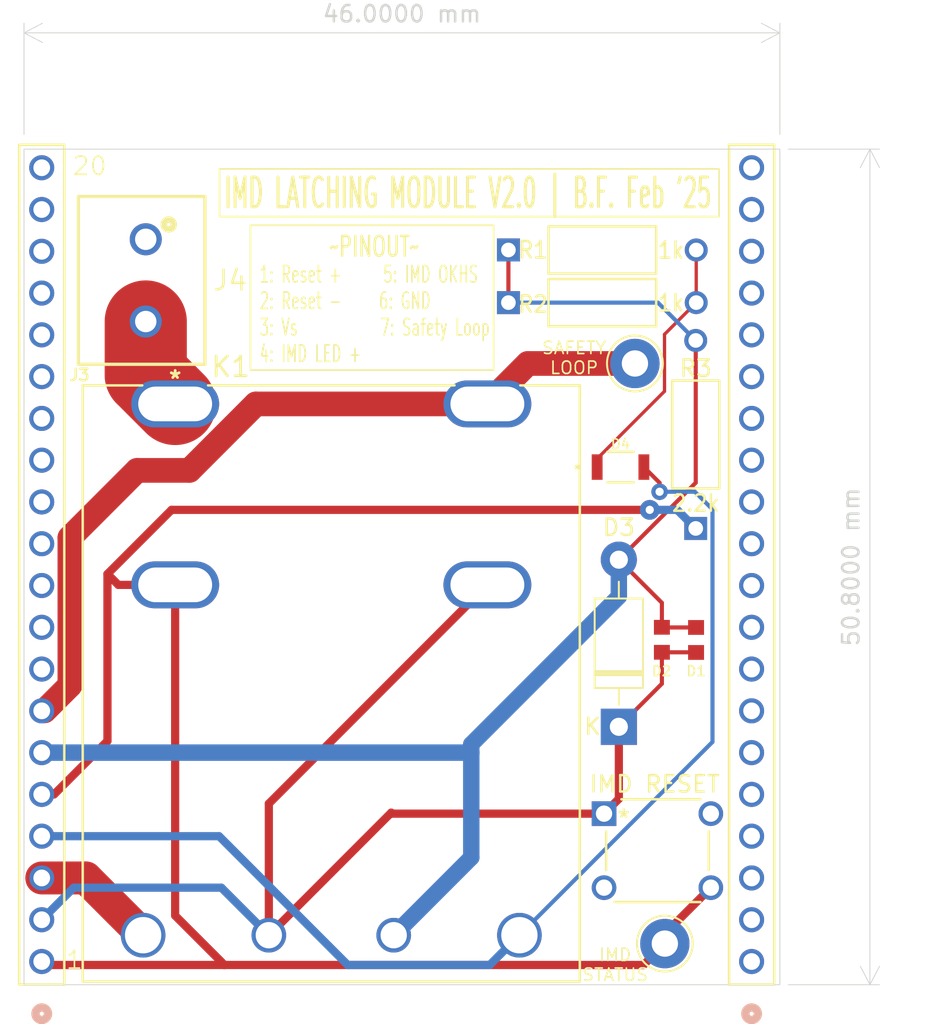
<source format=kicad_pcb>
(kicad_pcb (version 20240108) (generator "pcbnew") (generator_version "8.0")
  (layers (0 "F.Cu" signal) (31 "B.Cu" signal) (34 "B.Paste" user) (35 "F.Paste" user) (36 "B.SilkS" user "B.Silkscreen") (37 "F.SilkS" user "F.Silkscreen") (38 "B.Mask" user) (39 "F.Mask" user) (44 "Edge.Cuts" user))
  (net 0 "")
  (net 1 "/GND")
  (net 2 "Net-(D1-K)")
  (net 3 "Net-(D4-A)")
  (net 4 "/Vs")
  (net 5 "Net-(D4-K)")
  (net 11 "Net-(J3-Pad1)")
  (net 18 "Net-(J3-Pad7)")
  (net 22 "Net-(J4-Pad2)")
  (footprint "RMCF0603FT1K00:RESC1508X55N" (layer "F.Cu") (at 90.62 79.51 90)
    (property "Reference" "D1" (at -1.89 0 180) (layer "F.SilkS") (effects (font (size 0.6 0.6) (thickness 0.1) (bold yes))))
    (property "Value" "D_Zener")
    (pad "1" smd rect (at -0.76 0 90) (size 0.9 0.97) (layers "F.Cu" "F.Paste" "F.Mask") (net 2 "Net-(D1-K)"))
    (pad "2" smd rect (at 0.76 0 90) (size 0.9 0.97) (layers "F.Cu" "F.Paste" "F.Mask") (net 1 "/GND"))
  )
  (footprint "RMCF0603FT1K00:RESC1508X55N" (layer "F.Cu") (at 88.54 79.5 90)
    (property "Reference" "D2" (at -1.9 -0.02 180) (layer "F.SilkS") (effects (font (size 0.6 0.6) (thickness 0.1) (bold yes))))
    (property "Value" "D_Zener")
    (pad "1" smd rect (at -0.76 0 90) (size 0.9 0.97) (layers "F.Cu" "F.Paste" "F.Mask") (net 2 "Net-(D1-K)"))
    (pad "2" smd rect (at 0.76 0 90) (size 0.9 0.97) (layers "F.Cu" "F.Paste" "F.Mask") (net 1 "/GND"))
  )
  (footprint "TestPoint:TestPoint_Loop_D2.60mm_Drill1.6mm_Beaded" (layer "F.Cu") (at 86.9 62.7)
    (property "Reference" "TP2" (hide yes))
    (property "Value" "TestPoint")
    (fp_circle (center 0 0) (end 1.7 0) (stroke (width 0.12)) (fill none) (layer "F.SilkS"))
    (pad "1" thru_hole circle (at 0 0) (size 3 3) (drill 1.6) (layers "*.Cu" "*.Mask") (net 18 "Net-(J3-Pad7)"))
  )
  (footprint "PH1-20-UA:CONN_PH1-20-UA_ADM" (layer "F.Cu") (at 50.8 99.06 90)
    (property "Reference" "J3" (at 35.66 2.3 0) (layer "F.SilkS") (effects (font (size 0.7 0.7))))
    (property "Value" "PH1-20-UA")
    (fp_circle (center -3.175 0) (end -2.794 0) (stroke (width 0.508)) (fill none) (layer "B.SilkS"))
    (fp_line (start 49.657 -1.3716) (end -1.397 -1.3716) (stroke (width 0.1524)) (layer "F.SilkS"))
    (fp_line (start -1.397 -1.3716) (end -1.397 1.3716) (stroke (width 0.1524)) (layer "F.SilkS"))
    (fp_line (start 49.657 1.3716) (end 49.657 -1.3716) (stroke (width 0.1524)) (layer "F.SilkS"))
    (fp_line (start -1.397 1.3716) (end 49.657 1.3716) (stroke (width 0.1524)) (layer "F.SilkS"))
    (fp_circle (center -3.175 0) (end -2.794 0) (stroke (width 0.508)) (fill none) (layer "F.SilkS"))
    (pad "1" thru_hole circle (at 0 0 90) (size 1.524 1.524) (drill 1.016) (layers "*.Cu" "*.Mask") (net 11 "Net-(J3-Pad1)"))
    (pad "2" thru_hole circle (at 2.54 0 90) (size 1.524 1.524) (drill 1.016) (layers "*.Cu" "*.Mask") (net 2 "Net-(D1-K)"))
    (pad "3" thru_hole circle (at 5.08 0 90) (size 1.524 1.524) (drill 1.016) (layers "*.Cu" "*.Mask") (net 4 "/Vs"))
    (pad "4" thru_hole circle (at 7.62 0 90) (size 1.524 1.524) (drill 1.016) (layers "*.Cu" "*.Mask") (net 3 "Net-(D4-A)"))
    (pad "5" thru_hole circle (at 10.16 0 90) (size 1.524 1.524) (drill 1.016) (layers "*.Cu" "*.Mask") (net 11 "Net-(J3-Pad1)"))
    (pad "6" thru_hole circle (at 12.7 0 90) (size 1.524 1.524) (drill 1.016) (layers "*.Cu" "*.Mask") (net 1 "/GND"))
    (pad "7" thru_hole circle (at 15.24 0 90) (size 1.524 1.524) (drill 1.016) (layers "*.Cu" "*.Mask") (net 18 "Net-(J3-Pad7)"))
    (pad "8" thru_hole circle (at 17.78 0 90) (size 1.524 1.524) (drill 1.016) (layers "*.Cu" "*.Mask"))
    (pad "9" thru_hole circle (at 20.32 0 90) (size 1.524 1.524) (drill 1.016) (layers "*.Cu" "*.Mask"))
    (pad "10" thru_hole circle (at 22.86 0 90) (size 1.524 1.524) (drill 1.016) (layers "*.Cu" "*.Mask"))
    (pad "11" thru_hole circle (at 25.4 0 90) (size 1.524 1.524) (drill 1.016) (layers "*.Cu" "*.Mask"))
    (pad "12" thru_hole circle (at 27.94 0 90) (size 1.524 1.524) (drill 1.016) (layers "*.Cu" "*.Mask"))
    (pad "13" thru_hole circle (at 30.48 0 90) (size 1.524 1.524) (drill 1.016) (layers "*.Cu" "*.Mask"))
    (pad "14" thru_hole circle (at 33.02 0 90) (size 1.524 1.524) (drill 1.016) (layers "*.Cu" "*.Mask"))
    (pad "15" thru_hole circle (at 35.56 0 90) (size 1.524 1.524) (drill 1.016) (layers "*.Cu" "*.Mask"))
    (pad "16" thru_hole circle (at 38.1 0 90) (size 1.524 1.524) (drill 1.016) (layers "*.Cu" "*.Mask"))
    (pad "17" thru_hole circle (at 40.64 0 90) (size 1.524 1.524) (drill 1.016) (layers "*.Cu" "*.Mask"))
    (pad "18" thru_hole circle (at 43.18 0 90) (size 1.524 1.524) (drill 1.016) (layers "*.Cu" "*.Mask"))
    (pad "19" thru_hole circle (at 45.72 0 90) (size 1.524 1.524) (drill 1.016) (layers "*.Cu" "*.Mask"))
    (pad "20" thru_hole circle (at 48.26 0 90) (size 1.524 1.524) (drill 1.016) (layers "*.Cu" "*.Mask"))
  )
  (footprint "1825910-6:SW4_1825910-B_TEC" (layer "F.Cu") (at 91.52 94.570001)
    (property "Reference" "IMD RESET" (at -3.42 -6.300001 0) (layer "F.SilkS"))
    (property "Value" "Test Reset IMD")
    (fp_line (start -6.3742 -3.417961) (end -6.3742 -1.074702) (stroke (width 0.1524)) (layer "F.SilkS"))
    (fp_line (start -5.86236 0.874199) (end -0.63764 0.874199) (stroke (width 0.1524)) (layer "F.SilkS"))
    (fp_line (start -0.63764 -5.374201) (end -5.442292 -5.374201) (stroke (width 0.1524)) (layer "F.SilkS"))
    (fp_line (start -0.1258 -1.074702) (end -0.1258 -3.425299) (stroke (width 0.1524)) (layer "F.SilkS"))
    (fp_text user "*" (at -5.3 -4.200001 0) (layer "F.SilkS"))
    (pad "1" thru_hole rect (at -6.500001 -4.500001) (size 1.4986 1.4986) (drill 0.9906) (layers "*.Cu" "*.Mask") (net 2 "Net-(D1-K)"))
    (pad "2" thru_hole circle (at 0 -4.500001) (size 1.4986 1.4986) (drill 0.9906) (layers "*.Cu" "*.Mask"))
    (pad "3" thru_hole circle (at -6.500001 0) (size 1.4986 1.4986) (drill 0.9906) (layers "*.Cu" "*.Mask"))
    (pad "4" thru_hole circle (at 0 0) (size 1.4986 1.4986) (drill 0.9906) (layers "*.Cu" "*.Mask") (net 11 "Net-(J3-Pad1)"))
  )
  (footprint "AP3216SYD:LED_AP3216SYD_KNB-L" (layer "F.Cu") (at 86.0224 69)
    (property "Reference" "D4" (at 0 -1.3924 0) (layer "F.SilkS") (effects (font (size 0.6 0.6) (thickness 0.1) (bold yes))))
    (property "Value" "LED (Test)")
    (fp_line (start -0.796413 0.9271) (end 0.796413 0.9271) (stroke (width 0.1524)) (layer "F.SilkS"))
    (fp_line (start 0.796413 -0.9271) (end -0.796413 -0.9271) (stroke (width 0.1524)) (layer "F.SilkS"))
    (fp_circle (center -2.6416 0) (end -2.5654 0) (stroke (width 0.1524)) (fill none) (layer "F.SilkS"))
    (pad "1" smd rect (at -1.4224 0) (size 0.6604 1.5494) (layers "F.Cu" "F.Paste" "F.Mask") (net 5 "Net-(D4-K)"))
    (pad "2" smd rect (at 1.4224 0) (size 0.6604 1.5494) (layers "F.Cu" "F.Paste" "F.Mask") (net 3 "Net-(D4-A)"))
  )
  (footprint "AHES4291:AHES4_PAN" (layer "F.Cu") (at 58.919999 65.159998)
    (property "Reference" "K1" (at 3.380001 -2.259998 0) (layer "F.SilkS") (effects (font (size 1.2 1.2) (thickness 0.17))))
    (property "Value" "AHES4291")
    (fp_line (start -5.6257 -1.126999) (end -5.6257 35.118801) (stroke (width 0.1524)) (layer "F.SilkS"))
    (fp_line (start -5.6257 35.118801) (end 24.6257 35.118801) (stroke (width 0.1524)) (layer "F.SilkS"))
    (fp_line (start -2.002004 -1.126999) (end -5.6257 -1.126999) (stroke (width 0.1524)) (layer "F.SilkS"))
    (fp_line (start 16.997994 -1.126999) (end 2.002006 -1.126999) (stroke (width 0.1524)) (layer "F.SilkS"))
    (fp_line (start 24.6257 -1.126999) (end 21.002004 -1.126999) (stroke (width 0.1524)) (layer "F.SilkS"))
    (fp_line (start 24.6257 35.118801) (end 24.6257 -1.126999) (stroke (width 0.1524)) (layer "F.SilkS"))
    (fp_text user "*" (at 0.000001 -1.489998 0) (layer "F.SilkS") (effects (font (thickness 0.17))))
    (pad "1" thru_hole oval (at 0.000001 0.000001) (size 5.35 2.85) (drill oval 4.4958 2.1082) (layers "*.Cu" "*.Mask") (net 22 "Net-(J4-Pad2)"))
    (pad "2" thru_hole oval (at 0.000001 11.000002) (size 5.35 2.85) (drill oval 4.4958 2.1082) (layers "*.Cu" "*.Mask") (net 11 "Net-(J3-Pad1)"))
    (pad "3" thru_hole circle (at -1.949999 32.300002) (size 2.7178 2.7178) (drill 2.2098) (layers "*.Cu" "*.Mask") (net 4 "/Vs"))
    (pad "4" thru_hole circle (at 5.700001 32.300002) (size 2.1082 2.1082) (drill 1.6002) (layers "*.Cu" "*.Mask") (net 2 "Net-(D1-K)"))
    (pad "5" thru_hole circle (at 13.300001 32.300002) (size 2.1082 2.1082) (drill 1.6002) (layers "*.Cu" "*.Mask") (net 1 "/GND"))
    (pad "6" thru_hole circle (at 20.950001 32.300002) (size 2.7178 2.7178) (drill 2.2098) (layers "*.Cu" "*.Mask") (net 3 "Net-(D4-A)"))
    (pad "7" thru_hole oval (at 18.999999 11.000002) (size 5.35 2.85) (drill oval 4.4958 2.1082) (layers "*.Cu" "*.Mask") (net 2 "Net-(D1-K)"))
    (pad "8" thru_hole oval (at 18.999999 0.000001) (size 5.35 2.85) (drill oval 4.4958 2.1082) (layers "*.Cu" "*.Mask") (net 18 "Net-(J3-Pad7)"))
  )
  (footprint "CF14JT10K0:STA_CF14_STP" (layer "F.Cu") (at 79.2 59)
    (property "Reference" "R2" (at 1.5 0.1 0) (layer "F.SilkS") (effects (font (size 1 0.9))))
    (property "Value" "1k")
    (fp_line (start 2.4384 -1.4351) (end 2.4384 1.4351) (stroke (width 0.1524)) (layer "F.SilkS"))
    (fp_line (start 2.4384 1.4351) (end 8.9916 1.4351) (stroke (width 0.1524)) (layer "F.SilkS"))
    (fp_line (start 8.9916 -1.4351) (end 2.4384 -1.4351) (stroke (width 0.1524)) (layer "F.SilkS"))
    (fp_line (start 8.9916 1.4351) (end 8.9916 -1.4351) (stroke (width 0.1524)) (layer "F.SilkS"))
    (pad "1" thru_hole rect (at 0 0) (size 1.397 1.397) (drill 0.889) (layers "*.Cu" "*.Mask") (net 1 "/GND"))
    (pad "2" thru_hole circle (at 11.43 0) (size 1.397 1.397) (drill 0.889) (layers "*.Cu" "*.Mask") (net 5 "Net-(D4-K)"))
  )
  (footprint "691137710002:691137710002" (layer "F.Cu") (at 57.13 57.65 -90)
    (property "Reference" "J4" (at 0 -5.135 180) (layer "F.SilkS") (effects (font (size 1.2 1.2))))
    (property "Value" "691137710002")
    (property "VALUE" "691137710002" (hide yes))
    (fp_line (start -5.1 4.1) (end -5.1 -3.6) (stroke (width 0.2)) (layer "F.SilkS"))
    (fp_line (start 5.1 4.1) (end -5.1 4.1) (stroke (width 0.2)) (layer "F.SilkS"))
    (fp_line (start -5.1 -3.6) (end 5.1 -3.6) (stroke (width 0.2)) (layer "F.SilkS"))
    (fp_line (start 5.1 -3.6) (end 5.1 4.1) (stroke (width 0.2)) (layer "F.SilkS"))
    (fp_circle (center -3.4 -1.4) (end -3.3 -1.4) (stroke (width 0.4)) (fill none) (layer "F.SilkS"))
    (pad "1" thru_hole circle (at -2.5 0 270) (size 1.95 1.95) (drill 1.3) (layers "*.Cu" "*.Mask"))
    (pad "2" thru_hole circle (at 2.5 0 270) (size 1.95 1.95) (drill 1.3) (layers "*.Cu" "*.Mask") (net 22 "Net-(J4-Pad2)"))
  )
  (footprint "TestPoint:TestPoint_Loop_D2.60mm_Drill1.6mm_Beaded" (layer "F.Cu") (at 88.72 97.97)
    (property "Reference" "TP1" (hide yes))
    (property "Value" "TestPoint")
    (fp_circle (center 0 0) (end 1.7 0) (stroke (width 0.12)) (fill none) (layer "F.SilkS"))
    (pad "1" thru_hole circle (at 0 0) (size 3 3) (drill 1.6) (layers "*.Cu" "*.Mask") (net 11 "Net-(J3-Pad1)"))
  )
  (footprint "CF14JT10K0:STA_CF14_STP" (layer "F.Cu") (at 79.2 55.8)
    (property "Reference" "R1" (at 1.5 0 0) (layer "F.SilkS") (effects (font (size 1 0.9))))
    (property "Value" "1k")
    (fp_line (start 2.4384 -1.4351) (end 2.4384 1.4351) (stroke (width 0.1524)) (layer "F.SilkS"))
    (fp_line (start 2.4384 1.4351) (end 8.9916 1.4351) (stroke (width 0.1524)) (layer "F.SilkS"))
    (fp_line (start 8.9916 -1.4351) (end 2.4384 -1.4351) (stroke (width 0.1524)) (layer "F.SilkS"))
    (fp_line (start 8.9916 1.4351) (end 8.9916 -1.4351) (stroke (width 0.1524)) (layer "F.SilkS"))
    (pad "1" thru_hole rect (at 0 0) (size 1.397 1.397) (drill 0.889) (layers "*.Cu" "*.Mask") (net 1 "/GND"))
    (pad "2" thru_hole circle (at 11.43 0) (size 1.397 1.397) (drill 0.889) (layers "*.Cu" "*.Mask") (net 5 "Net-(D4-K)"))
  )
  (footprint "PH1-20-UA:CONN_PH1-20-UA_ADM" (layer "F.Cu") (at 94 99.06 90)
    (property "Reference" "J2" (hide yes))
    (property "Value" "PH1-20-UA")
    (fp_circle (center -3.175 0) (end -2.794 0) (stroke (width 0.508)) (fill none) (layer "B.SilkS"))
    (fp_line (start 49.657 -1.3716) (end -1.397 -1.3716) (stroke (width 0.1524)) (layer "F.SilkS"))
    (fp_line (start -1.397 -1.3716) (end -1.397 1.3716) (stroke (width 0.1524)) (layer "F.SilkS"))
    (fp_line (start 49.657 1.3716) (end 49.657 -1.3716) (stroke (width 0.1524)) (layer "F.SilkS"))
    (fp_line (start -1.397 1.3716) (end 49.657 1.3716) (stroke (width 0.1524)) (layer "F.SilkS"))
    (fp_circle (center -3.175 0) (end -2.794 0) (stroke (width 0.508)) (fill none) (layer "F.SilkS"))
    (pad "1" thru_hole circle (at 0 0 90) (size 1.524 1.524) (drill 1.016) (layers "*.Cu" "*.Mask"))
    (pad "2" thru_hole circle (at 2.54 0 90) (size 1.524 1.524) (drill 1.016) (layers "*.Cu" "*.Mask"))
    (pad "3" thru_hole circle (at 5.08 0 90) (size 1.524 1.524) (drill 1.016) (layers "*.Cu" "*.Mask"))
    (pad "4" thru_hole circle (at 7.62 0 90) (size 1.524 1.524) (drill 1.016) (layers "*.Cu" "*.Mask"))
    (pad "5" thru_hole circle (at 10.16 0 90) (size 1.524 1.524) (drill 1.016) (layers "*.Cu" "*.Mask"))
    (pad "6" thru_hole circle (at 12.7 0 90) (size 1.524 1.524) (drill 1.016) (layers "*.Cu" "*.Mask"))
    (pad "7" thru_hole circle (at 15.24 0 90) (size 1.524 1.524) (drill 1.016) (layers "*.Cu" "*.Mask"))
    (pad "8" thru_hole circle (at 17.78 0 90) (size 1.524 1.524) (drill 1.016) (layers "*.Cu" "*.Mask"))
    (pad "9" thru_hole circle (at 20.32 0 90) (size 1.524 1.524) (drill 1.016) (layers "*.Cu" "*.Mask"))
    (pad "10" thru_hole circle (at 22.86 0 90) (size 1.524 1.524) (drill 1.016) (layers "*.Cu" "*.Mask"))
    (pad "11" thru_hole circle (at 25.4 0 90) (size 1.524 1.524) (drill 1.016) (layers "*.Cu" "*.Mask"))
    (pad "12" thru_hole circle (at 27.94 0 90) (size 1.524 1.524) (drill 1.016) (layers "*.Cu" "*.Mask"))
    (pad "13" thru_hole circle (at 30.48 0 90) (size 1.524 1.524) (drill 1.016) (layers "*.Cu" "*.Mask"))
    (pad "14" thru_hole circle (at 33.02 0 90) (size 1.524 1.524) (drill 1.016) (layers "*.Cu" "*.Mask"))
    (pad "15" thru_hole circle (at 35.56 0 90) (size 1.524 1.524) (drill 1.016) (layers "*.Cu" "*.Mask"))
    (pad "16" thru_hole circle (at 38.1 0 90) (size 1.524 1.524) (drill 1.016) (layers "*.Cu" "*.Mask"))
    (pad "17" thru_hole circle (at 40.64 0 90) (size 1.524 1.524) (drill 1.016) (layers "*.Cu" "*.Mask"))
    (pad "18" thru_hole circle (at 43.18 0 90) (size 1.524 1.524) (drill 1.016) (layers "*.Cu" "*.Mask"))
    (pad "19" thru_hole circle (at 45.72 0 90) (size 1.524 1.524) (drill 1.016) (layers "*.Cu" "*.Mask"))
    (pad "20" thru_hole circle (at 48.26 0 90) (size 1.524 1.524) (drill 1.016) (layers "*.Cu" "*.Mask"))
  )
  (footprint "Diode_THT:D_DO-41_SOD81_P10.16mm_Horizontal" (layer "F.Cu") (at 85.92 84.79 90)
    (property "Reference" "D3" (at 12.12 0 0) (layer "F.SilkS"))
    (property "Value" "1N4001")
    (fp_line (start 7.8 -1.47) (end 2.36 -1.47) (stroke (width 0.12)) (layer "F.SilkS"))
    (fp_line (start 3.38 -1.47) (end 3.38 1.47) (stroke (width 0.12)) (layer "F.SilkS"))
    (fp_line (start 3.26 -1.47) (end 3.26 1.47) (stroke (width 0.12)) (layer "F.SilkS"))
    (fp_line (start 3.14 -1.47) (end 3.14 1.47) (stroke (width 0.12)) (layer "F.SilkS"))
    (fp_line (start 2.36 -1.47) (end 2.36 1.47) (stroke (width 0.12)) (layer "F.SilkS"))
    (fp_line (start 8.82 0) (end 7.8 0) (stroke (width 0.12)) (layer "F.SilkS"))
    (fp_line (start 1.34 0) (end 2.36 0) (stroke (width 0.12)) (layer "F.SilkS"))
    (fp_line (start 7.8 1.47) (end 7.8 -1.47) (stroke (width 0.12)) (layer "F.SilkS"))
    (fp_line (start 2.36 1.47) (end 7.8 1.47) (stroke (width 0.12)) (layer "F.SilkS"))
    (fp_text user "K" (at 0.02 -1.6 180) (layer "F.SilkS"))
    (pad "1" thru_hole rect (at 0 0 90) (size 2.2 2.2) (drill 1.1) (layers "*.Cu" "*.Mask") (net 2 "Net-(D1-K)"))
    (pad "2" thru_hole oval (at 10.16 0 90) (size 2.2 2.2) (drill 1.1) (layers "*.Cu" "*.Mask") (net 1 "/GND"))
  )
  (footprint "CF14JT10K0:STA_CF14_STP" (layer "F.Cu") (at 90.6 72.73 90)
    (property "Reference" "R3" (at 9.73 0 0) (layer "F.SilkS"))
    (property "Value" "2.2k")
    (fp_line (start 8.9916 -1.4351) (end 2.4384 -1.4351) (stroke (width 0.1524)) (layer "F.SilkS"))
    (fp_line (start 2.4384 -1.4351) (end 2.4384 1.4351) (stroke (width 0.1524)) (layer "F.SilkS"))
    (fp_line (start 8.9916 1.4351) (end 8.9916 -1.4351) (stroke (width 0.1524)) (layer "F.SilkS"))
    (fp_line (start 2.4384 1.4351) (end 8.9916 1.4351) (stroke (width 0.1524)) (layer "F.SilkS"))
    (pad "1" thru_hole rect (at 0 0 90) (size 1.397 1.397) (drill 0.889) (layers "*.Cu" "*.Mask") (net 11 "Net-(J3-Pad1)"))
    (pad "2" thru_hole circle (at 11.43 0 90) (size 1.397 1.397) (drill 0.889) (layers "*.Cu" "*.Mask") (net 1 "/GND"))
  )
  (gr_rect (start 61.62 50.87) (end 92.02 53.77) (stroke (width 0.1)) (fill none) (layer "F.SilkS"))
  (gr_rect (start 63.5 54.3) (end 78.3 63.1) (stroke (width 0.1)) (fill none) (layer "F.SilkS"))
  (gr_rect (start 49.72 49.67) (end 95.72 100.47) (stroke (width 0.05)) (fill none) (layer "Edge.Cuts"))
  (gr_text "2.2k" (at 90.6 71.2 0) (layer "F.SilkS") (effects (font (size 1 0.9))))
  (gr_text "1: Reset +	 5: IMD OKHS\n2: Reset -     6: GND\n3: Vs           7: Safety Loop\n4: IMD LED +" (at 64 62.7 0) (layer "F.SilkS") (effects (font (size 1 0.6) (thickness 0.1)) (justify left bottom)))
  (gr_text "IMD LATCHING MODULE V2.0 | B.F. Feb '25" (at 61.8 53.4 0) (layer "F.SilkS") (effects (font (size 1.8 0.9) (thickness 0.1875) (bold yes)) (justify left bottom)))
  (gr_text "20" (at 52.6 51.3395 0) (layer "F.SilkS") (effects (font (size 1.1 1.1) (thickness 0.1)) (justify left bottom)))
  (gr_text "1k" (at 88.2 56.4 0) (layer "F.SilkS") (effects (font (size 1 0.9) (thickness 0.15) (bold yes)) (justify left bottom)))
  (gr_text "IMD\nSTATUS" (at 85.7 100.3 0) (layer "F.SilkS") (effects (font (size 0.75 0.75) (thickness 0.1)) (justify bottom)))
  (gr_text "1k" (at 88.2 59.6 0) (layer "F.SilkS") (effects (font (size 1 0.9) (thickness 0.15) (bold yes)) (justify left bottom)))
  (gr_text "~PINOUT~" (at 68.221192 56.3 0) (layer "F.SilkS") (effects (font (size 1.2 0.8) (thickness 0.15) (bold yes)) (justify left bottom)))
  (gr_text "1" (at 52.2 99.5995 0) (layer "F.SilkS") (effects (font (size 1.1 1.1) (thickness 0.1)) (justify left bottom)))
  (gr_text "SAFETY\nLOOP" (at 83.2 63.4 0) (layer "F.SilkS") (effects (font (size 0.75 0.75) (thickness 0.1)) (justify bottom)))
  (dimension (type aligned) (layer "Edge.Cuts") (pts (xy 95.72 49.67) (xy 95.72 100.47)) (height -5.48) (gr_text "50.8000 mm" (at 100.05 75.07 90) (layer "Edge.Cuts") (effects (font (size 1 1) (thickness 0.15)))) (format (prefix "") (suffix "") (units 3) (units_format 1) (precision 4)) (style (thickness 0.05) (arrow_length 1.27) (text_position_mode 0) (extension_height 0.58642) (extension_offset 0.5) keep_text_aligned))
  (dimension (type aligned) (layer "Edge.Cuts") (pts (xy 49.72 49.27) (xy 95.72 49.27)) (height -6.67) (gr_text "46.0000 mm" (at 72.72 41.45 0) (layer "Edge.Cuts") (effects (font (size 1 1) (thickness 0.15)))) (format (prefix "") (suffix "") (units 3) (units_format 1) (precision 4)) (style (thickness 0.05) (arrow_length 1.27) (text_position_mode 0) (extension_height 0.58642) (extension_offset 0.5) keep_text_aligned))
  (segment (start 88.54 77.25) (end 85.92 74.63) (width 0.25) (layer "F.Cu") (net 1))
  (segment (start 90.62 78.75) (end 88.55 78.75) (width 0.25) (layer "F.Cu") (net 1))
  (segment (start 88.55 78.75) (end 88.54 78.74) (width 0.25) (layer "F.Cu") (net 1))
  (segment (start 79.2 59) (end 79.2 55.8) (width 0.25) (layer "F.Cu") (net 1))
  (segment (start 90.6 69.95) (end 90.6 61.3) (width 0.25) (layer "F.Cu") (net 1))
  (segment (start 88.54 78.74) (end 88.54 77.25) (width 0.25) (layer "F.Cu") (net 1))
  (segment (start 85.92 74.63) (end 90.6 69.95) (width 0.25) (layer "F.Cu") (net 1))
  (segment (start 85.92 76.87) (end 85.92 74.63) (width 1) (layer "B.Cu") (net 1))
  (segment (start 88.3 59) (end 79.2 59) (width 0.25) (layer "B.Cu") (net 1))
  (segment (start 76.94 86.36) (end 76.94 85.85) (width 1) (layer "B.Cu") (net 1))
  (segment (start 90.6 61.3) (end 88.3 59) (width 0.25) (layer "B.Cu") (net 1))
  (segment (start 76.94 86.36) (end 76.94 92.74) (width 1) (layer "B.Cu") (net 1))
  (segment (start 76.94 92.74) (end 72.22 97.46) (width 1) (layer "B.Cu") (net 1))
  (segment (start 76.94 85.85) (end 85.92 76.87) (width 1) (layer "B.Cu") (net 1))
  (segment (start 76.94 86.36) (end 50.8 86.36) (width 1) (layer "B.Cu") (net 1))
  (segment (start 85.92 84.79) (end 85.92 89.169999) (width 0.5) (layer "F.Cu") (net 2))
  (segment (start 72.069401 90.010599) (end 72.128802 90.07) (width 0.5) (layer "F.Cu") (net 2))
  (segment (start 88.54 80.26) (end 90.61 80.26) (width 0.25) (layer "F.Cu") (net 2))
  (segment (start 88.54 82.17) (end 85.92 84.79) (width 0.25) (layer "F.Cu") (net 2))
  (segment (start 88.54 80.26) (end 88.54 82.17) (width 0.25) (layer "F.Cu") (net 2))
  (segment (start 64.62 97.46) (end 64.62 89.459998) (width 0.5) (layer "F.Cu") (net 2))
  (segment (start 85.92 89.169999) (end 85.019999 90.07) (width 0.5) (layer "F.Cu") (net 2))
  (segment (start 64.62 89.459998) (end 77.919998 76.16) (width 0.5) (layer "F.Cu") (net 2))
  (segment (start 90.61 80.26) (end 90.62 80.27) (width 0.5) (layer "F.Cu") (net 2))
  (segment (start 64.62 97.46) (end 72.069401 90.010599) (width 0.5) (layer "F.Cu") (net 2))
  (segment (start 72.128802 90.07) (end 85.019999 90.07) (width 0.5) (layer "F.Cu") (net 2))
  (segment (start 61.73 94.57) (end 52.75 94.57) (width 0.5) (layer "B.Cu") (net 2))
  (segment (start 64.62 97.46) (end 61.73 94.57) (width 0.5) (layer "B.Cu") (net 2))
  (segment (start 52.75 94.57) (end 50.8 96.52) (width 0.5) (layer "B.Cu") (net 2))
  (segment (start 88.4 70.5) (end 88.4 69.9552) (width 0.25) (layer "F.Cu") (net 3))
  (segment (start 88.4 69.9552) (end 87.4448 69) (width 0.25) (layer "F.Cu") (net 3))
  (via (at 88.4 70.5) (size 1) (drill 0.5) (layers "F.Cu" "B.Cu") (net 3))
  (segment (start 91.62 85.71) (end 79.87 97.46) (width 0.25) (layer "B.Cu") (net 3))
  (segment (start 90.55 70.5) (end 88.4 70.5) (width 0.25) (layer "B.Cu") (net 3))
  (segment (start 79.87 97.46) (end 79.87 96.44) (width 0.25) (layer "B.Cu") (net 3))
  (segment (start 91.62 71.57) (end 91.62 85.71) (width 0.25) (layer "B.Cu") (net 3))
  (segment (start 50.8 91.44) (end 61.59 91.44) (width 0.5) (layer "B.Cu") (net 3))
  (segment (start 91.62 71.57) (end 90.55 70.5) (width 0.25) (layer "B.Cu") (net 3))
  (segment (start 78.06 99.27) (end 79.87 97.46) (width 0.5) (layer "B.Cu") (net 3))
  (segment (start 61.59 91.44) (end 69.42 99.27) (width 0.5) (layer "B.Cu") (net 3))
  (segment (start 69.42 99.27) (end 78.06 99.27) (width 0.5) (layer "B.Cu") (net 3))
  (segment (start 53.49 93.98) (end 50.8 93.98) (width 2) (layer "F.Cu") (net 4))
  (segment (start 56.97 97.46) (end 53.49 93.98) (width 2) (layer "F.Cu") (net 4))
  (segment (start 88.7 60.93) (end 88.7 64.390278) (width 0.2) (layer "F.Cu") (net 5))
  (segment (start 88.7 64.390278) (end 84.6 68.490278) (width 0.2) (layer "F.Cu") (net 5))
  (segment (start 84.6 68.490278) (end 84.6 69) (width 0.2) (layer "F.Cu") (net 5))
  (segment (start 90.63 55.8) (end 90.63 59) (width 0.2) (layer "F.Cu") (net 5))
  (segment (start 90.63 59) (end 88.7 60.93) (width 0.2) (layer "F.Cu") (net 5))
  (segment (start 88.72 97.97) (end 88.72 97.370001) (width 0.5) (layer "F.Cu") (net 11))
  (segment (start 61.92 99.27) (end 87.42 99.27) (width 0.5) (layer "F.Cu") (net 11))
  (segment (start 54.8 75.5) (end 55.46 76.16) (width 0.5) (layer "F.Cu") (net 11))
  (segment (start 87.42 99.27) (end 88.72 97.97) (width 0.5) (layer "F.Cu") (net 11))
  (segment (start 88.72 97.370001) (end 91.52 94.570001) (width 0.5) (layer "F.Cu") (net 11))
  (segment (start 54.8 85.65) (end 54.8 75.5) (width 0.5) (layer "F.Cu") (net 11))
  (segment (start 50.8 88.9) (end 51.55 88.9) (width 0.5) (layer "F.Cu") (net 11))
  (segment (start 58.92 76.16) (end 58.92 96.27) (width 0.5) (layer "F.Cu") (net 11))
  (segment (start 51.55 88.9) (end 54.8 85.65) (width 0.5) (layer "F.Cu") (net 11))
  (segment (start 54.8 75.5) (end 58.7 71.6) (width 0.5) (layer "F.Cu") (net 11))
  (segment (start 61.92 99.27) (end 51.01 99.27) (width 0.5) (layer "F.Cu") (net 11))
  (segment (start 58.7 71.6) (end 87.8 71.6) (width 0.5) (layer "F.Cu") (net 11))
  (segment (start 58.92 96.27) (end 61.92 99.27) (width 0.5) (layer "F.Cu") (net 11))
  (segment (start 51.01 99.27) (end 50.8 99.06) (width 0.5) (layer "F.Cu") (net 11))
  (segment (start 55.46 76.16) (end 58.92 76.16) (width 0.5) (layer "F.Cu") (net 11))
  (via (at 87.8 71.6) (size 1.2) (drill 0.5) (layers "F.Cu" "B.Cu") (net 11))
  (segment (start 89.47 71.6) (end 90.6 72.73) (width 0.5) (layer "B.Cu") (net 11))
  (segment (start 87.8 71.6) (end 89.47 71.6) (width 0.5) (layer "B.Cu") (net 11))
  (segment (start 80.379997 62.7) (end 86.9 62.7) (width 1.5) (layer "F.Cu") (net 18))
  (segment (start 59.79 69.2) (end 56.6 69.2) (width 1.5) (layer "F.Cu") (net 18))
  (segment (start 52.512 82.278) (end 50.97 83.82) (width 1.5) (layer "F.Cu") (net 18))
  (segment (start 56.6 69.2) (end 52.512 73.288) (width 1.5) (layer "F.Cu") (net 18))
  (segment (start 77.919998 65.159999) (end 63.830001 65.159999) (width 1.5) (layer "F.Cu") (net 18))
  (segment (start 77.919998 65.159999) (end 80.379997 62.7) (width 1.5) (layer "F.Cu") (net 18))
  (segment (start 52.512 73.288) (end 52.512 82.278) (width 1.5) (layer "F.Cu") (net 18))
  (segment (start 63.830001 65.159999) (end 59.79 69.2) (width 1.5) (layer "F.Cu") (net 18))
  (segment (start 57.13 63.369999) (end 58.92 65.159999) (width 5) (layer "F.Cu") (net 22))
  (segment (start 57.13 60.15) (end 57.13 63.369999) (width 5) (layer "F.Cu") (net 22))
)
</source>
